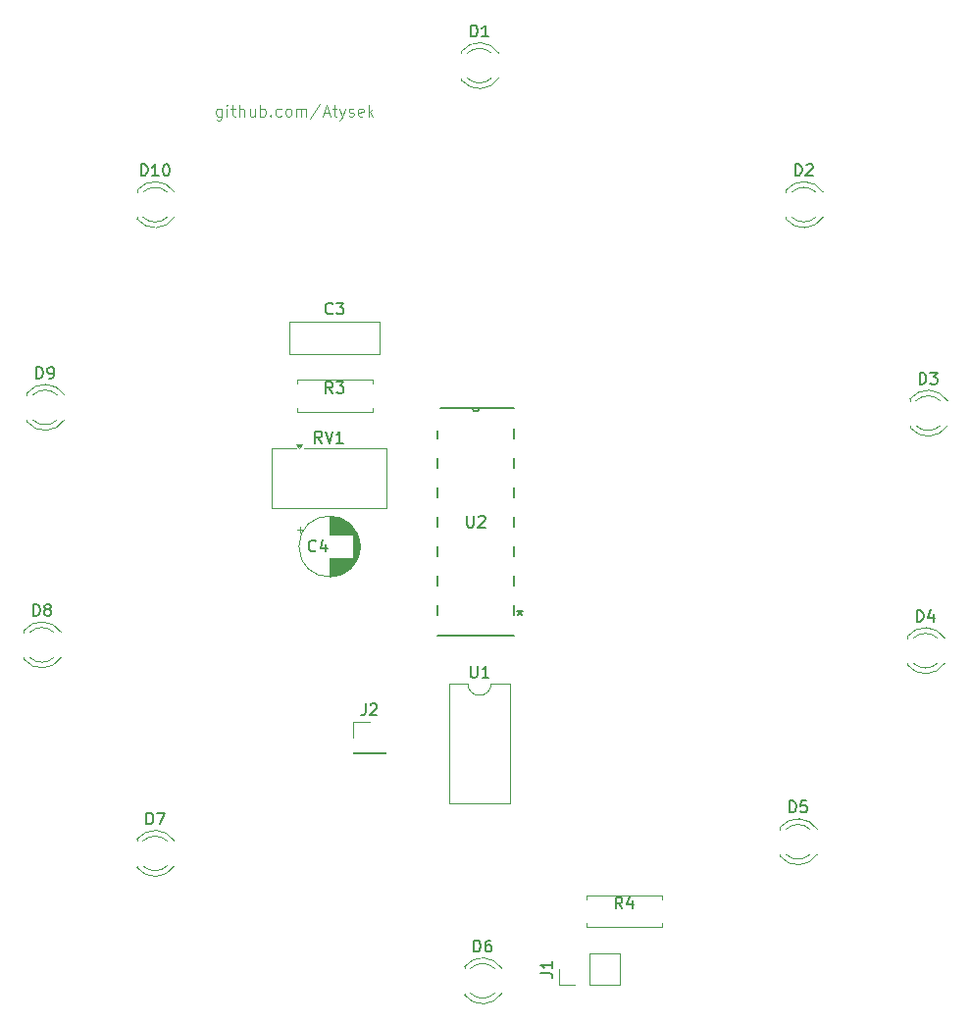
<source format=gbr>
%TF.GenerationSoftware,KiCad,Pcbnew,9.0.7*%
%TF.CreationDate,2026-02-11T00:05:44+01:00*%
%TF.ProjectId,BlinkerLED,426c696e-6b65-4724-9c45-442e6b696361,rev?*%
%TF.SameCoordinates,Original*%
%TF.FileFunction,Legend,Top*%
%TF.FilePolarity,Positive*%
%FSLAX46Y46*%
G04 Gerber Fmt 4.6, Leading zero omitted, Abs format (unit mm)*
G04 Created by KiCad (PCBNEW 9.0.7) date 2026-02-11 00:05:44*
%MOMM*%
%LPD*%
G01*
G04 APERTURE LIST*
%ADD10C,0.100000*%
%ADD11C,0.150000*%
%ADD12C,0.120000*%
%ADD13C,0.152400*%
G04 APERTURE END LIST*
D10*
X86732455Y-65205752D02*
X86732455Y-66015276D01*
X86732455Y-66015276D02*
X86684836Y-66110514D01*
X86684836Y-66110514D02*
X86637217Y-66158133D01*
X86637217Y-66158133D02*
X86541979Y-66205752D01*
X86541979Y-66205752D02*
X86399122Y-66205752D01*
X86399122Y-66205752D02*
X86303884Y-66158133D01*
X86732455Y-65824800D02*
X86637217Y-65872419D01*
X86637217Y-65872419D02*
X86446741Y-65872419D01*
X86446741Y-65872419D02*
X86351503Y-65824800D01*
X86351503Y-65824800D02*
X86303884Y-65777180D01*
X86303884Y-65777180D02*
X86256265Y-65681942D01*
X86256265Y-65681942D02*
X86256265Y-65396228D01*
X86256265Y-65396228D02*
X86303884Y-65300990D01*
X86303884Y-65300990D02*
X86351503Y-65253371D01*
X86351503Y-65253371D02*
X86446741Y-65205752D01*
X86446741Y-65205752D02*
X86637217Y-65205752D01*
X86637217Y-65205752D02*
X86732455Y-65253371D01*
X87208646Y-65872419D02*
X87208646Y-65205752D01*
X87208646Y-64872419D02*
X87161027Y-64920038D01*
X87161027Y-64920038D02*
X87208646Y-64967657D01*
X87208646Y-64967657D02*
X87256265Y-64920038D01*
X87256265Y-64920038D02*
X87208646Y-64872419D01*
X87208646Y-64872419D02*
X87208646Y-64967657D01*
X87541979Y-65205752D02*
X87922931Y-65205752D01*
X87684836Y-64872419D02*
X87684836Y-65729561D01*
X87684836Y-65729561D02*
X87732455Y-65824800D01*
X87732455Y-65824800D02*
X87827693Y-65872419D01*
X87827693Y-65872419D02*
X87922931Y-65872419D01*
X88256265Y-65872419D02*
X88256265Y-64872419D01*
X88684836Y-65872419D02*
X88684836Y-65348609D01*
X88684836Y-65348609D02*
X88637217Y-65253371D01*
X88637217Y-65253371D02*
X88541979Y-65205752D01*
X88541979Y-65205752D02*
X88399122Y-65205752D01*
X88399122Y-65205752D02*
X88303884Y-65253371D01*
X88303884Y-65253371D02*
X88256265Y-65300990D01*
X89589598Y-65205752D02*
X89589598Y-65872419D01*
X89161027Y-65205752D02*
X89161027Y-65729561D01*
X89161027Y-65729561D02*
X89208646Y-65824800D01*
X89208646Y-65824800D02*
X89303884Y-65872419D01*
X89303884Y-65872419D02*
X89446741Y-65872419D01*
X89446741Y-65872419D02*
X89541979Y-65824800D01*
X89541979Y-65824800D02*
X89589598Y-65777180D01*
X90065789Y-65872419D02*
X90065789Y-64872419D01*
X90065789Y-65253371D02*
X90161027Y-65205752D01*
X90161027Y-65205752D02*
X90351503Y-65205752D01*
X90351503Y-65205752D02*
X90446741Y-65253371D01*
X90446741Y-65253371D02*
X90494360Y-65300990D01*
X90494360Y-65300990D02*
X90541979Y-65396228D01*
X90541979Y-65396228D02*
X90541979Y-65681942D01*
X90541979Y-65681942D02*
X90494360Y-65777180D01*
X90494360Y-65777180D02*
X90446741Y-65824800D01*
X90446741Y-65824800D02*
X90351503Y-65872419D01*
X90351503Y-65872419D02*
X90161027Y-65872419D01*
X90161027Y-65872419D02*
X90065789Y-65824800D01*
X90970551Y-65777180D02*
X91018170Y-65824800D01*
X91018170Y-65824800D02*
X90970551Y-65872419D01*
X90970551Y-65872419D02*
X90922932Y-65824800D01*
X90922932Y-65824800D02*
X90970551Y-65777180D01*
X90970551Y-65777180D02*
X90970551Y-65872419D01*
X91875312Y-65824800D02*
X91780074Y-65872419D01*
X91780074Y-65872419D02*
X91589598Y-65872419D01*
X91589598Y-65872419D02*
X91494360Y-65824800D01*
X91494360Y-65824800D02*
X91446741Y-65777180D01*
X91446741Y-65777180D02*
X91399122Y-65681942D01*
X91399122Y-65681942D02*
X91399122Y-65396228D01*
X91399122Y-65396228D02*
X91446741Y-65300990D01*
X91446741Y-65300990D02*
X91494360Y-65253371D01*
X91494360Y-65253371D02*
X91589598Y-65205752D01*
X91589598Y-65205752D02*
X91780074Y-65205752D01*
X91780074Y-65205752D02*
X91875312Y-65253371D01*
X92446741Y-65872419D02*
X92351503Y-65824800D01*
X92351503Y-65824800D02*
X92303884Y-65777180D01*
X92303884Y-65777180D02*
X92256265Y-65681942D01*
X92256265Y-65681942D02*
X92256265Y-65396228D01*
X92256265Y-65396228D02*
X92303884Y-65300990D01*
X92303884Y-65300990D02*
X92351503Y-65253371D01*
X92351503Y-65253371D02*
X92446741Y-65205752D01*
X92446741Y-65205752D02*
X92589598Y-65205752D01*
X92589598Y-65205752D02*
X92684836Y-65253371D01*
X92684836Y-65253371D02*
X92732455Y-65300990D01*
X92732455Y-65300990D02*
X92780074Y-65396228D01*
X92780074Y-65396228D02*
X92780074Y-65681942D01*
X92780074Y-65681942D02*
X92732455Y-65777180D01*
X92732455Y-65777180D02*
X92684836Y-65824800D01*
X92684836Y-65824800D02*
X92589598Y-65872419D01*
X92589598Y-65872419D02*
X92446741Y-65872419D01*
X93208646Y-65872419D02*
X93208646Y-65205752D01*
X93208646Y-65300990D02*
X93256265Y-65253371D01*
X93256265Y-65253371D02*
X93351503Y-65205752D01*
X93351503Y-65205752D02*
X93494360Y-65205752D01*
X93494360Y-65205752D02*
X93589598Y-65253371D01*
X93589598Y-65253371D02*
X93637217Y-65348609D01*
X93637217Y-65348609D02*
X93637217Y-65872419D01*
X93637217Y-65348609D02*
X93684836Y-65253371D01*
X93684836Y-65253371D02*
X93780074Y-65205752D01*
X93780074Y-65205752D02*
X93922931Y-65205752D01*
X93922931Y-65205752D02*
X94018170Y-65253371D01*
X94018170Y-65253371D02*
X94065789Y-65348609D01*
X94065789Y-65348609D02*
X94065789Y-65872419D01*
X95256264Y-64824800D02*
X94399122Y-66110514D01*
X95541979Y-65586704D02*
X96018169Y-65586704D01*
X95446741Y-65872419D02*
X95780074Y-64872419D01*
X95780074Y-64872419D02*
X96113407Y-65872419D01*
X96303884Y-65205752D02*
X96684836Y-65205752D01*
X96446741Y-64872419D02*
X96446741Y-65729561D01*
X96446741Y-65729561D02*
X96494360Y-65824800D01*
X96494360Y-65824800D02*
X96589598Y-65872419D01*
X96589598Y-65872419D02*
X96684836Y-65872419D01*
X96922932Y-65205752D02*
X97161027Y-65872419D01*
X97399122Y-65205752D02*
X97161027Y-65872419D01*
X97161027Y-65872419D02*
X97065789Y-66110514D01*
X97065789Y-66110514D02*
X97018170Y-66158133D01*
X97018170Y-66158133D02*
X96922932Y-66205752D01*
X97732456Y-65824800D02*
X97827694Y-65872419D01*
X97827694Y-65872419D02*
X98018170Y-65872419D01*
X98018170Y-65872419D02*
X98113408Y-65824800D01*
X98113408Y-65824800D02*
X98161027Y-65729561D01*
X98161027Y-65729561D02*
X98161027Y-65681942D01*
X98161027Y-65681942D02*
X98113408Y-65586704D01*
X98113408Y-65586704D02*
X98018170Y-65539085D01*
X98018170Y-65539085D02*
X97875313Y-65539085D01*
X97875313Y-65539085D02*
X97780075Y-65491466D01*
X97780075Y-65491466D02*
X97732456Y-65396228D01*
X97732456Y-65396228D02*
X97732456Y-65348609D01*
X97732456Y-65348609D02*
X97780075Y-65253371D01*
X97780075Y-65253371D02*
X97875313Y-65205752D01*
X97875313Y-65205752D02*
X98018170Y-65205752D01*
X98018170Y-65205752D02*
X98113408Y-65253371D01*
X98970551Y-65824800D02*
X98875313Y-65872419D01*
X98875313Y-65872419D02*
X98684837Y-65872419D01*
X98684837Y-65872419D02*
X98589599Y-65824800D01*
X98589599Y-65824800D02*
X98541980Y-65729561D01*
X98541980Y-65729561D02*
X98541980Y-65348609D01*
X98541980Y-65348609D02*
X98589599Y-65253371D01*
X98589599Y-65253371D02*
X98684837Y-65205752D01*
X98684837Y-65205752D02*
X98875313Y-65205752D01*
X98875313Y-65205752D02*
X98970551Y-65253371D01*
X98970551Y-65253371D02*
X99018170Y-65348609D01*
X99018170Y-65348609D02*
X99018170Y-65443847D01*
X99018170Y-65443847D02*
X98541980Y-65539085D01*
X99446742Y-65872419D02*
X99446742Y-64872419D01*
X99541980Y-65491466D02*
X99827694Y-65872419D01*
X99827694Y-65205752D02*
X99446742Y-65586704D01*
D11*
X108531905Y-137994819D02*
X108531905Y-136994819D01*
X108531905Y-136994819D02*
X108770000Y-136994819D01*
X108770000Y-136994819D02*
X108912857Y-137042438D01*
X108912857Y-137042438D02*
X109008095Y-137137676D01*
X109008095Y-137137676D02*
X109055714Y-137232914D01*
X109055714Y-137232914D02*
X109103333Y-137423390D01*
X109103333Y-137423390D02*
X109103333Y-137566247D01*
X109103333Y-137566247D02*
X109055714Y-137756723D01*
X109055714Y-137756723D02*
X109008095Y-137851961D01*
X109008095Y-137851961D02*
X108912857Y-137947200D01*
X108912857Y-137947200D02*
X108770000Y-137994819D01*
X108770000Y-137994819D02*
X108531905Y-137994819D01*
X109960476Y-136994819D02*
X109770000Y-136994819D01*
X109770000Y-136994819D02*
X109674762Y-137042438D01*
X109674762Y-137042438D02*
X109627143Y-137090057D01*
X109627143Y-137090057D02*
X109531905Y-137232914D01*
X109531905Y-137232914D02*
X109484286Y-137423390D01*
X109484286Y-137423390D02*
X109484286Y-137804342D01*
X109484286Y-137804342D02*
X109531905Y-137899580D01*
X109531905Y-137899580D02*
X109579524Y-137947200D01*
X109579524Y-137947200D02*
X109674762Y-137994819D01*
X109674762Y-137994819D02*
X109865238Y-137994819D01*
X109865238Y-137994819D02*
X109960476Y-137947200D01*
X109960476Y-137947200D02*
X110008095Y-137899580D01*
X110008095Y-137899580D02*
X110055714Y-137804342D01*
X110055714Y-137804342D02*
X110055714Y-137566247D01*
X110055714Y-137566247D02*
X110008095Y-137471009D01*
X110008095Y-137471009D02*
X109960476Y-137423390D01*
X109960476Y-137423390D02*
X109865238Y-137375771D01*
X109865238Y-137375771D02*
X109674762Y-137375771D01*
X109674762Y-137375771D02*
X109579524Y-137423390D01*
X109579524Y-137423390D02*
X109531905Y-137471009D01*
X109531905Y-137471009D02*
X109484286Y-137566247D01*
X108261905Y-58994819D02*
X108261905Y-57994819D01*
X108261905Y-57994819D02*
X108500000Y-57994819D01*
X108500000Y-57994819D02*
X108642857Y-58042438D01*
X108642857Y-58042438D02*
X108738095Y-58137676D01*
X108738095Y-58137676D02*
X108785714Y-58232914D01*
X108785714Y-58232914D02*
X108833333Y-58423390D01*
X108833333Y-58423390D02*
X108833333Y-58566247D01*
X108833333Y-58566247D02*
X108785714Y-58756723D01*
X108785714Y-58756723D02*
X108738095Y-58851961D01*
X108738095Y-58851961D02*
X108642857Y-58947200D01*
X108642857Y-58947200D02*
X108500000Y-58994819D01*
X108500000Y-58994819D02*
X108261905Y-58994819D01*
X109785714Y-58994819D02*
X109214286Y-58994819D01*
X109500000Y-58994819D02*
X109500000Y-57994819D01*
X109500000Y-57994819D02*
X109404762Y-58137676D01*
X109404762Y-58137676D02*
X109309524Y-58232914D01*
X109309524Y-58232914D02*
X109214286Y-58280533D01*
X108243095Y-113314819D02*
X108243095Y-114124342D01*
X108243095Y-114124342D02*
X108290714Y-114219580D01*
X108290714Y-114219580D02*
X108338333Y-114267200D01*
X108338333Y-114267200D02*
X108433571Y-114314819D01*
X108433571Y-114314819D02*
X108624047Y-114314819D01*
X108624047Y-114314819D02*
X108719285Y-114267200D01*
X108719285Y-114267200D02*
X108766904Y-114219580D01*
X108766904Y-114219580D02*
X108814523Y-114124342D01*
X108814523Y-114124342D02*
X108814523Y-113314819D01*
X109814523Y-114314819D02*
X109243095Y-114314819D01*
X109528809Y-114314819D02*
X109528809Y-113314819D01*
X109528809Y-113314819D02*
X109433571Y-113457676D01*
X109433571Y-113457676D02*
X109338333Y-113552914D01*
X109338333Y-113552914D02*
X109243095Y-113600533D01*
X80261905Y-126994819D02*
X80261905Y-125994819D01*
X80261905Y-125994819D02*
X80500000Y-125994819D01*
X80500000Y-125994819D02*
X80642857Y-126042438D01*
X80642857Y-126042438D02*
X80738095Y-126137676D01*
X80738095Y-126137676D02*
X80785714Y-126232914D01*
X80785714Y-126232914D02*
X80833333Y-126423390D01*
X80833333Y-126423390D02*
X80833333Y-126566247D01*
X80833333Y-126566247D02*
X80785714Y-126756723D01*
X80785714Y-126756723D02*
X80738095Y-126851961D01*
X80738095Y-126851961D02*
X80642857Y-126947200D01*
X80642857Y-126947200D02*
X80500000Y-126994819D01*
X80500000Y-126994819D02*
X80261905Y-126994819D01*
X81166667Y-125994819D02*
X81833333Y-125994819D01*
X81833333Y-125994819D02*
X81404762Y-126994819D01*
X95404761Y-94067319D02*
X95071428Y-93591128D01*
X94833333Y-94067319D02*
X94833333Y-93067319D01*
X94833333Y-93067319D02*
X95214285Y-93067319D01*
X95214285Y-93067319D02*
X95309523Y-93114938D01*
X95309523Y-93114938D02*
X95357142Y-93162557D01*
X95357142Y-93162557D02*
X95404761Y-93257795D01*
X95404761Y-93257795D02*
X95404761Y-93400652D01*
X95404761Y-93400652D02*
X95357142Y-93495890D01*
X95357142Y-93495890D02*
X95309523Y-93543509D01*
X95309523Y-93543509D02*
X95214285Y-93591128D01*
X95214285Y-93591128D02*
X94833333Y-93591128D01*
X95690476Y-93067319D02*
X96023809Y-94067319D01*
X96023809Y-94067319D02*
X96357142Y-93067319D01*
X97214285Y-94067319D02*
X96642857Y-94067319D01*
X96928571Y-94067319D02*
X96928571Y-93067319D01*
X96928571Y-93067319D02*
X96833333Y-93210176D01*
X96833333Y-93210176D02*
X96738095Y-93305414D01*
X96738095Y-93305414D02*
X96642857Y-93353033D01*
X94878221Y-103359580D02*
X94830602Y-103407200D01*
X94830602Y-103407200D02*
X94687745Y-103454819D01*
X94687745Y-103454819D02*
X94592507Y-103454819D01*
X94592507Y-103454819D02*
X94449650Y-103407200D01*
X94449650Y-103407200D02*
X94354412Y-103311961D01*
X94354412Y-103311961D02*
X94306793Y-103216723D01*
X94306793Y-103216723D02*
X94259174Y-103026247D01*
X94259174Y-103026247D02*
X94259174Y-102883390D01*
X94259174Y-102883390D02*
X94306793Y-102692914D01*
X94306793Y-102692914D02*
X94354412Y-102597676D01*
X94354412Y-102597676D02*
X94449650Y-102502438D01*
X94449650Y-102502438D02*
X94592507Y-102454819D01*
X94592507Y-102454819D02*
X94687745Y-102454819D01*
X94687745Y-102454819D02*
X94830602Y-102502438D01*
X94830602Y-102502438D02*
X94878221Y-102550057D01*
X95735364Y-102788152D02*
X95735364Y-103454819D01*
X95497269Y-102407200D02*
X95259174Y-103121485D01*
X95259174Y-103121485D02*
X95878221Y-103121485D01*
X99166666Y-116574819D02*
X99166666Y-117289104D01*
X99166666Y-117289104D02*
X99119047Y-117431961D01*
X99119047Y-117431961D02*
X99023809Y-117527200D01*
X99023809Y-117527200D02*
X98880952Y-117574819D01*
X98880952Y-117574819D02*
X98785714Y-117574819D01*
X99595238Y-116670057D02*
X99642857Y-116622438D01*
X99642857Y-116622438D02*
X99738095Y-116574819D01*
X99738095Y-116574819D02*
X99976190Y-116574819D01*
X99976190Y-116574819D02*
X100071428Y-116622438D01*
X100071428Y-116622438D02*
X100119047Y-116670057D01*
X100119047Y-116670057D02*
X100166666Y-116765295D01*
X100166666Y-116765295D02*
X100166666Y-116860533D01*
X100166666Y-116860533D02*
X100119047Y-117003390D01*
X100119047Y-117003390D02*
X99547619Y-117574819D01*
X99547619Y-117574819D02*
X100166666Y-117574819D01*
X146991905Y-88994819D02*
X146991905Y-87994819D01*
X146991905Y-87994819D02*
X147230000Y-87994819D01*
X147230000Y-87994819D02*
X147372857Y-88042438D01*
X147372857Y-88042438D02*
X147468095Y-88137676D01*
X147468095Y-88137676D02*
X147515714Y-88232914D01*
X147515714Y-88232914D02*
X147563333Y-88423390D01*
X147563333Y-88423390D02*
X147563333Y-88566247D01*
X147563333Y-88566247D02*
X147515714Y-88756723D01*
X147515714Y-88756723D02*
X147468095Y-88851961D01*
X147468095Y-88851961D02*
X147372857Y-88947200D01*
X147372857Y-88947200D02*
X147230000Y-88994819D01*
X147230000Y-88994819D02*
X146991905Y-88994819D01*
X147896667Y-87994819D02*
X148515714Y-87994819D01*
X148515714Y-87994819D02*
X148182381Y-88375771D01*
X148182381Y-88375771D02*
X148325238Y-88375771D01*
X148325238Y-88375771D02*
X148420476Y-88423390D01*
X148420476Y-88423390D02*
X148468095Y-88471009D01*
X148468095Y-88471009D02*
X148515714Y-88566247D01*
X148515714Y-88566247D02*
X148515714Y-88804342D01*
X148515714Y-88804342D02*
X148468095Y-88899580D01*
X148468095Y-88899580D02*
X148420476Y-88947200D01*
X148420476Y-88947200D02*
X148325238Y-88994819D01*
X148325238Y-88994819D02*
X148039524Y-88994819D01*
X148039524Y-88994819D02*
X147944286Y-88947200D01*
X147944286Y-88947200D02*
X147896667Y-88899580D01*
X107928095Y-100344819D02*
X107928095Y-101154342D01*
X107928095Y-101154342D02*
X107975714Y-101249580D01*
X107975714Y-101249580D02*
X108023333Y-101297200D01*
X108023333Y-101297200D02*
X108118571Y-101344819D01*
X108118571Y-101344819D02*
X108309047Y-101344819D01*
X108309047Y-101344819D02*
X108404285Y-101297200D01*
X108404285Y-101297200D02*
X108451904Y-101249580D01*
X108451904Y-101249580D02*
X108499523Y-101154342D01*
X108499523Y-101154342D02*
X108499523Y-100344819D01*
X108928095Y-100440057D02*
X108975714Y-100392438D01*
X108975714Y-100392438D02*
X109070952Y-100344819D01*
X109070952Y-100344819D02*
X109309047Y-100344819D01*
X109309047Y-100344819D02*
X109404285Y-100392438D01*
X109404285Y-100392438D02*
X109451904Y-100440057D01*
X109451904Y-100440057D02*
X109499523Y-100535295D01*
X109499523Y-100535295D02*
X109499523Y-100630533D01*
X109499523Y-100630533D02*
X109451904Y-100773390D01*
X109451904Y-100773390D02*
X108880476Y-101344819D01*
X108880476Y-101344819D02*
X109499523Y-101344819D01*
X112500000Y-108454819D02*
X112500000Y-108692914D01*
X112261905Y-108597676D02*
X112500000Y-108692914D01*
X112500000Y-108692914D02*
X112738095Y-108597676D01*
X112357143Y-108883390D02*
X112500000Y-108692914D01*
X112500000Y-108692914D02*
X112642857Y-108883390D01*
X96333333Y-82859580D02*
X96285714Y-82907200D01*
X96285714Y-82907200D02*
X96142857Y-82954819D01*
X96142857Y-82954819D02*
X96047619Y-82954819D01*
X96047619Y-82954819D02*
X95904762Y-82907200D01*
X95904762Y-82907200D02*
X95809524Y-82811961D01*
X95809524Y-82811961D02*
X95761905Y-82716723D01*
X95761905Y-82716723D02*
X95714286Y-82526247D01*
X95714286Y-82526247D02*
X95714286Y-82383390D01*
X95714286Y-82383390D02*
X95761905Y-82192914D01*
X95761905Y-82192914D02*
X95809524Y-82097676D01*
X95809524Y-82097676D02*
X95904762Y-82002438D01*
X95904762Y-82002438D02*
X96047619Y-81954819D01*
X96047619Y-81954819D02*
X96142857Y-81954819D01*
X96142857Y-81954819D02*
X96285714Y-82002438D01*
X96285714Y-82002438D02*
X96333333Y-82050057D01*
X96666667Y-81954819D02*
X97285714Y-81954819D01*
X97285714Y-81954819D02*
X96952381Y-82335771D01*
X96952381Y-82335771D02*
X97095238Y-82335771D01*
X97095238Y-82335771D02*
X97190476Y-82383390D01*
X97190476Y-82383390D02*
X97238095Y-82431009D01*
X97238095Y-82431009D02*
X97285714Y-82526247D01*
X97285714Y-82526247D02*
X97285714Y-82764342D01*
X97285714Y-82764342D02*
X97238095Y-82859580D01*
X97238095Y-82859580D02*
X97190476Y-82907200D01*
X97190476Y-82907200D02*
X97095238Y-82954819D01*
X97095238Y-82954819D02*
X96809524Y-82954819D01*
X96809524Y-82954819D02*
X96714286Y-82907200D01*
X96714286Y-82907200D02*
X96666667Y-82859580D01*
X135761905Y-125954819D02*
X135761905Y-124954819D01*
X135761905Y-124954819D02*
X136000000Y-124954819D01*
X136000000Y-124954819D02*
X136142857Y-125002438D01*
X136142857Y-125002438D02*
X136238095Y-125097676D01*
X136238095Y-125097676D02*
X136285714Y-125192914D01*
X136285714Y-125192914D02*
X136333333Y-125383390D01*
X136333333Y-125383390D02*
X136333333Y-125526247D01*
X136333333Y-125526247D02*
X136285714Y-125716723D01*
X136285714Y-125716723D02*
X136238095Y-125811961D01*
X136238095Y-125811961D02*
X136142857Y-125907200D01*
X136142857Y-125907200D02*
X136000000Y-125954819D01*
X136000000Y-125954819D02*
X135761905Y-125954819D01*
X137238095Y-124954819D02*
X136761905Y-124954819D01*
X136761905Y-124954819D02*
X136714286Y-125431009D01*
X136714286Y-125431009D02*
X136761905Y-125383390D01*
X136761905Y-125383390D02*
X136857143Y-125335771D01*
X136857143Y-125335771D02*
X137095238Y-125335771D01*
X137095238Y-125335771D02*
X137190476Y-125383390D01*
X137190476Y-125383390D02*
X137238095Y-125431009D01*
X137238095Y-125431009D02*
X137285714Y-125526247D01*
X137285714Y-125526247D02*
X137285714Y-125764342D01*
X137285714Y-125764342D02*
X137238095Y-125859580D01*
X137238095Y-125859580D02*
X137190476Y-125907200D01*
X137190476Y-125907200D02*
X137095238Y-125954819D01*
X137095238Y-125954819D02*
X136857143Y-125954819D01*
X136857143Y-125954819D02*
X136761905Y-125907200D01*
X136761905Y-125907200D02*
X136714286Y-125859580D01*
X70761905Y-88494819D02*
X70761905Y-87494819D01*
X70761905Y-87494819D02*
X71000000Y-87494819D01*
X71000000Y-87494819D02*
X71142857Y-87542438D01*
X71142857Y-87542438D02*
X71238095Y-87637676D01*
X71238095Y-87637676D02*
X71285714Y-87732914D01*
X71285714Y-87732914D02*
X71333333Y-87923390D01*
X71333333Y-87923390D02*
X71333333Y-88066247D01*
X71333333Y-88066247D02*
X71285714Y-88256723D01*
X71285714Y-88256723D02*
X71238095Y-88351961D01*
X71238095Y-88351961D02*
X71142857Y-88447200D01*
X71142857Y-88447200D02*
X71000000Y-88494819D01*
X71000000Y-88494819D02*
X70761905Y-88494819D01*
X71809524Y-88494819D02*
X72000000Y-88494819D01*
X72000000Y-88494819D02*
X72095238Y-88447200D01*
X72095238Y-88447200D02*
X72142857Y-88399580D01*
X72142857Y-88399580D02*
X72238095Y-88256723D01*
X72238095Y-88256723D02*
X72285714Y-88066247D01*
X72285714Y-88066247D02*
X72285714Y-87685295D01*
X72285714Y-87685295D02*
X72238095Y-87590057D01*
X72238095Y-87590057D02*
X72190476Y-87542438D01*
X72190476Y-87542438D02*
X72095238Y-87494819D01*
X72095238Y-87494819D02*
X71904762Y-87494819D01*
X71904762Y-87494819D02*
X71809524Y-87542438D01*
X71809524Y-87542438D02*
X71761905Y-87590057D01*
X71761905Y-87590057D02*
X71714286Y-87685295D01*
X71714286Y-87685295D02*
X71714286Y-87923390D01*
X71714286Y-87923390D02*
X71761905Y-88018628D01*
X71761905Y-88018628D02*
X71809524Y-88066247D01*
X71809524Y-88066247D02*
X71904762Y-88113866D01*
X71904762Y-88113866D02*
X72095238Y-88113866D01*
X72095238Y-88113866D02*
X72190476Y-88066247D01*
X72190476Y-88066247D02*
X72238095Y-88018628D01*
X72238095Y-88018628D02*
X72285714Y-87923390D01*
X79785714Y-70994819D02*
X79785714Y-69994819D01*
X79785714Y-69994819D02*
X80023809Y-69994819D01*
X80023809Y-69994819D02*
X80166666Y-70042438D01*
X80166666Y-70042438D02*
X80261904Y-70137676D01*
X80261904Y-70137676D02*
X80309523Y-70232914D01*
X80309523Y-70232914D02*
X80357142Y-70423390D01*
X80357142Y-70423390D02*
X80357142Y-70566247D01*
X80357142Y-70566247D02*
X80309523Y-70756723D01*
X80309523Y-70756723D02*
X80261904Y-70851961D01*
X80261904Y-70851961D02*
X80166666Y-70947200D01*
X80166666Y-70947200D02*
X80023809Y-70994819D01*
X80023809Y-70994819D02*
X79785714Y-70994819D01*
X81309523Y-70994819D02*
X80738095Y-70994819D01*
X81023809Y-70994819D02*
X81023809Y-69994819D01*
X81023809Y-69994819D02*
X80928571Y-70137676D01*
X80928571Y-70137676D02*
X80833333Y-70232914D01*
X80833333Y-70232914D02*
X80738095Y-70280533D01*
X81928571Y-69994819D02*
X82023809Y-69994819D01*
X82023809Y-69994819D02*
X82119047Y-70042438D01*
X82119047Y-70042438D02*
X82166666Y-70090057D01*
X82166666Y-70090057D02*
X82214285Y-70185295D01*
X82214285Y-70185295D02*
X82261904Y-70375771D01*
X82261904Y-70375771D02*
X82261904Y-70613866D01*
X82261904Y-70613866D02*
X82214285Y-70804342D01*
X82214285Y-70804342D02*
X82166666Y-70899580D01*
X82166666Y-70899580D02*
X82119047Y-70947200D01*
X82119047Y-70947200D02*
X82023809Y-70994819D01*
X82023809Y-70994819D02*
X81928571Y-70994819D01*
X81928571Y-70994819D02*
X81833333Y-70947200D01*
X81833333Y-70947200D02*
X81785714Y-70899580D01*
X81785714Y-70899580D02*
X81738095Y-70804342D01*
X81738095Y-70804342D02*
X81690476Y-70613866D01*
X81690476Y-70613866D02*
X81690476Y-70375771D01*
X81690476Y-70375771D02*
X81738095Y-70185295D01*
X81738095Y-70185295D02*
X81785714Y-70090057D01*
X81785714Y-70090057D02*
X81833333Y-70042438D01*
X81833333Y-70042438D02*
X81928571Y-69994819D01*
X136261905Y-70994819D02*
X136261905Y-69994819D01*
X136261905Y-69994819D02*
X136500000Y-69994819D01*
X136500000Y-69994819D02*
X136642857Y-70042438D01*
X136642857Y-70042438D02*
X136738095Y-70137676D01*
X136738095Y-70137676D02*
X136785714Y-70232914D01*
X136785714Y-70232914D02*
X136833333Y-70423390D01*
X136833333Y-70423390D02*
X136833333Y-70566247D01*
X136833333Y-70566247D02*
X136785714Y-70756723D01*
X136785714Y-70756723D02*
X136738095Y-70851961D01*
X136738095Y-70851961D02*
X136642857Y-70947200D01*
X136642857Y-70947200D02*
X136500000Y-70994819D01*
X136500000Y-70994819D02*
X136261905Y-70994819D01*
X137214286Y-70090057D02*
X137261905Y-70042438D01*
X137261905Y-70042438D02*
X137357143Y-69994819D01*
X137357143Y-69994819D02*
X137595238Y-69994819D01*
X137595238Y-69994819D02*
X137690476Y-70042438D01*
X137690476Y-70042438D02*
X137738095Y-70090057D01*
X137738095Y-70090057D02*
X137785714Y-70185295D01*
X137785714Y-70185295D02*
X137785714Y-70280533D01*
X137785714Y-70280533D02*
X137738095Y-70423390D01*
X137738095Y-70423390D02*
X137166667Y-70994819D01*
X137166667Y-70994819D02*
X137785714Y-70994819D01*
X96333333Y-89764819D02*
X96000000Y-89288628D01*
X95761905Y-89764819D02*
X95761905Y-88764819D01*
X95761905Y-88764819D02*
X96142857Y-88764819D01*
X96142857Y-88764819D02*
X96238095Y-88812438D01*
X96238095Y-88812438D02*
X96285714Y-88860057D01*
X96285714Y-88860057D02*
X96333333Y-88955295D01*
X96333333Y-88955295D02*
X96333333Y-89098152D01*
X96333333Y-89098152D02*
X96285714Y-89193390D01*
X96285714Y-89193390D02*
X96238095Y-89241009D01*
X96238095Y-89241009D02*
X96142857Y-89288628D01*
X96142857Y-89288628D02*
X95761905Y-89288628D01*
X96666667Y-88764819D02*
X97285714Y-88764819D01*
X97285714Y-88764819D02*
X96952381Y-89145771D01*
X96952381Y-89145771D02*
X97095238Y-89145771D01*
X97095238Y-89145771D02*
X97190476Y-89193390D01*
X97190476Y-89193390D02*
X97238095Y-89241009D01*
X97238095Y-89241009D02*
X97285714Y-89336247D01*
X97285714Y-89336247D02*
X97285714Y-89574342D01*
X97285714Y-89574342D02*
X97238095Y-89669580D01*
X97238095Y-89669580D02*
X97190476Y-89717200D01*
X97190476Y-89717200D02*
X97095238Y-89764819D01*
X97095238Y-89764819D02*
X96809524Y-89764819D01*
X96809524Y-89764819D02*
X96714286Y-89717200D01*
X96714286Y-89717200D02*
X96666667Y-89669580D01*
X114299819Y-139833333D02*
X115014104Y-139833333D01*
X115014104Y-139833333D02*
X115156961Y-139880952D01*
X115156961Y-139880952D02*
X115252200Y-139976190D01*
X115252200Y-139976190D02*
X115299819Y-140119047D01*
X115299819Y-140119047D02*
X115299819Y-140214285D01*
X115299819Y-138833333D02*
X115299819Y-139404761D01*
X115299819Y-139119047D02*
X114299819Y-139119047D01*
X114299819Y-139119047D02*
X114442676Y-139214285D01*
X114442676Y-139214285D02*
X114537914Y-139309523D01*
X114537914Y-139309523D02*
X114585533Y-139404761D01*
X121333333Y-134264819D02*
X121000000Y-133788628D01*
X120761905Y-134264819D02*
X120761905Y-133264819D01*
X120761905Y-133264819D02*
X121142857Y-133264819D01*
X121142857Y-133264819D02*
X121238095Y-133312438D01*
X121238095Y-133312438D02*
X121285714Y-133360057D01*
X121285714Y-133360057D02*
X121333333Y-133455295D01*
X121333333Y-133455295D02*
X121333333Y-133598152D01*
X121333333Y-133598152D02*
X121285714Y-133693390D01*
X121285714Y-133693390D02*
X121238095Y-133741009D01*
X121238095Y-133741009D02*
X121142857Y-133788628D01*
X121142857Y-133788628D02*
X120761905Y-133788628D01*
X122190476Y-133598152D02*
X122190476Y-134264819D01*
X121952381Y-133217200D02*
X121714286Y-133931485D01*
X121714286Y-133931485D02*
X122333333Y-133931485D01*
X146761905Y-109494819D02*
X146761905Y-108494819D01*
X146761905Y-108494819D02*
X147000000Y-108494819D01*
X147000000Y-108494819D02*
X147142857Y-108542438D01*
X147142857Y-108542438D02*
X147238095Y-108637676D01*
X147238095Y-108637676D02*
X147285714Y-108732914D01*
X147285714Y-108732914D02*
X147333333Y-108923390D01*
X147333333Y-108923390D02*
X147333333Y-109066247D01*
X147333333Y-109066247D02*
X147285714Y-109256723D01*
X147285714Y-109256723D02*
X147238095Y-109351961D01*
X147238095Y-109351961D02*
X147142857Y-109447200D01*
X147142857Y-109447200D02*
X147000000Y-109494819D01*
X147000000Y-109494819D02*
X146761905Y-109494819D01*
X148190476Y-108828152D02*
X148190476Y-109494819D01*
X147952381Y-108447200D02*
X147714286Y-109161485D01*
X147714286Y-109161485D02*
X148333333Y-109161485D01*
X70491905Y-108994819D02*
X70491905Y-107994819D01*
X70491905Y-107994819D02*
X70730000Y-107994819D01*
X70730000Y-107994819D02*
X70872857Y-108042438D01*
X70872857Y-108042438D02*
X70968095Y-108137676D01*
X70968095Y-108137676D02*
X71015714Y-108232914D01*
X71015714Y-108232914D02*
X71063333Y-108423390D01*
X71063333Y-108423390D02*
X71063333Y-108566247D01*
X71063333Y-108566247D02*
X71015714Y-108756723D01*
X71015714Y-108756723D02*
X70968095Y-108851961D01*
X70968095Y-108851961D02*
X70872857Y-108947200D01*
X70872857Y-108947200D02*
X70730000Y-108994819D01*
X70730000Y-108994819D02*
X70491905Y-108994819D01*
X71634762Y-108423390D02*
X71539524Y-108375771D01*
X71539524Y-108375771D02*
X71491905Y-108328152D01*
X71491905Y-108328152D02*
X71444286Y-108232914D01*
X71444286Y-108232914D02*
X71444286Y-108185295D01*
X71444286Y-108185295D02*
X71491905Y-108090057D01*
X71491905Y-108090057D02*
X71539524Y-108042438D01*
X71539524Y-108042438D02*
X71634762Y-107994819D01*
X71634762Y-107994819D02*
X71825238Y-107994819D01*
X71825238Y-107994819D02*
X71920476Y-108042438D01*
X71920476Y-108042438D02*
X71968095Y-108090057D01*
X71968095Y-108090057D02*
X72015714Y-108185295D01*
X72015714Y-108185295D02*
X72015714Y-108232914D01*
X72015714Y-108232914D02*
X71968095Y-108328152D01*
X71968095Y-108328152D02*
X71920476Y-108375771D01*
X71920476Y-108375771D02*
X71825238Y-108423390D01*
X71825238Y-108423390D02*
X71634762Y-108423390D01*
X71634762Y-108423390D02*
X71539524Y-108471009D01*
X71539524Y-108471009D02*
X71491905Y-108518628D01*
X71491905Y-108518628D02*
X71444286Y-108613866D01*
X71444286Y-108613866D02*
X71444286Y-108804342D01*
X71444286Y-108804342D02*
X71491905Y-108899580D01*
X71491905Y-108899580D02*
X71539524Y-108947200D01*
X71539524Y-108947200D02*
X71634762Y-108994819D01*
X71634762Y-108994819D02*
X71825238Y-108994819D01*
X71825238Y-108994819D02*
X71920476Y-108947200D01*
X71920476Y-108947200D02*
X71968095Y-108899580D01*
X71968095Y-108899580D02*
X72015714Y-108804342D01*
X72015714Y-108804342D02*
X72015714Y-108613866D01*
X72015714Y-108613866D02*
X71968095Y-108518628D01*
X71968095Y-108518628D02*
X71920476Y-108471009D01*
X71920476Y-108471009D02*
X71825238Y-108423390D01*
D12*
%TO.C,D6*%
X107710000Y-139264000D02*
X107710000Y-139420000D01*
X107710000Y-141580000D02*
X107710000Y-141736000D01*
X107710000Y-139264484D02*
G75*
G02*
X110941437Y-139420000I1560000J-1235516D01*
G01*
X108229039Y-139420000D02*
G75*
G02*
X110310961Y-139420000I1040961J-1080000D01*
G01*
X110310961Y-141580000D02*
G75*
G02*
X108229039Y-141580000I-1040961J1080000D01*
G01*
X110941437Y-141580000D02*
G75*
G02*
X107710000Y-141735516I-1671437J1080000D01*
G01*
%TO.C,D1*%
X107440000Y-60264000D02*
X107440000Y-60420000D01*
X107440000Y-62580000D02*
X107440000Y-62736000D01*
X107440000Y-60264484D02*
G75*
G02*
X110671437Y-60420000I1560000J-1235516D01*
G01*
X107959039Y-60420000D02*
G75*
G02*
X110040961Y-60420000I1040961J-1080000D01*
G01*
X110040961Y-62580000D02*
G75*
G02*
X107959039Y-62580000I-1040961J1080000D01*
G01*
X110671437Y-62580000D02*
G75*
G02*
X107440000Y-62735516I-1671437J1080000D01*
G01*
%TO.C,U1*%
X106355000Y-114860000D02*
X106355000Y-125140000D01*
X106355000Y-125140000D02*
X111655000Y-125140000D01*
X108005000Y-114860000D02*
X106355000Y-114860000D01*
X111655000Y-114860000D02*
X110005000Y-114860000D01*
X111655000Y-125140000D02*
X111655000Y-114860000D01*
X110005000Y-114860000D02*
G75*
G02*
X108005000Y-114860000I-1000000J0D01*
G01*
%TO.C,D7*%
X79440000Y-128264000D02*
X79440000Y-128420000D01*
X79440000Y-130580000D02*
X79440000Y-130736000D01*
X79440000Y-128264484D02*
G75*
G02*
X82671437Y-128420000I1560000J-1235516D01*
G01*
X79959039Y-128420000D02*
G75*
G02*
X82040961Y-128420000I1040961J-1080000D01*
G01*
X82040961Y-130580000D02*
G75*
G02*
X79959039Y-130580000I-1040961J1080000D01*
G01*
X82671437Y-130580000D02*
G75*
G02*
X79440000Y-130735516I-1671437J1080000D01*
G01*
%TO.C,RV1*%
X91040000Y-94502500D02*
X91040000Y-99722500D01*
X91040000Y-94502500D02*
X93160000Y-94502500D01*
X91040000Y-99722500D02*
X100960000Y-99722500D01*
X93860000Y-94502500D02*
X100960000Y-94502500D01*
X100960000Y-94502500D02*
X100960000Y-99722500D01*
X93460000Y-94502500D02*
X93220000Y-94172500D01*
X93700000Y-94172500D01*
X93460000Y-94502500D01*
G36*
X93460000Y-94502500D02*
G01*
X93220000Y-94172500D01*
X93700000Y-94172500D01*
X93460000Y-94502500D01*
G37*
%TO.C,C4*%
X93240113Y-101525000D02*
X93740113Y-101525000D01*
X93490113Y-101275000D02*
X93490113Y-101775000D01*
X96044888Y-100420000D02*
X96044888Y-101960000D01*
X96044888Y-104040000D02*
X96044888Y-105580000D01*
X96084888Y-100420000D02*
X96084888Y-101960000D01*
X96084888Y-104040000D02*
X96084888Y-105580000D01*
X96124888Y-100421000D02*
X96124888Y-101960000D01*
X96124888Y-104040000D02*
X96124888Y-105579000D01*
X96164888Y-100423000D02*
X96164888Y-101960000D01*
X96164888Y-104040000D02*
X96164888Y-105577000D01*
X96204888Y-100425000D02*
X96204888Y-101960000D01*
X96204888Y-104040000D02*
X96204888Y-105575000D01*
X96244888Y-100428000D02*
X96244888Y-101960000D01*
X96244888Y-104040000D02*
X96244888Y-105572000D01*
X96284888Y-100431000D02*
X96284888Y-101960000D01*
X96284888Y-104040000D02*
X96284888Y-105569000D01*
X96324888Y-100435000D02*
X96324888Y-101960000D01*
X96324888Y-104040000D02*
X96324888Y-105565000D01*
X96364888Y-100440000D02*
X96364888Y-101960000D01*
X96364888Y-104040000D02*
X96364888Y-105560000D01*
X96404888Y-100445000D02*
X96404888Y-101960000D01*
X96404888Y-104040000D02*
X96404888Y-105555000D01*
X96444888Y-100451000D02*
X96444888Y-101960000D01*
X96444888Y-104040000D02*
X96444888Y-105549000D01*
X96484888Y-100457000D02*
X96484888Y-101960000D01*
X96484888Y-104040000D02*
X96484888Y-105543000D01*
X96524888Y-100464000D02*
X96524888Y-101960000D01*
X96524888Y-104040000D02*
X96524888Y-105536000D01*
X96564888Y-100472000D02*
X96564888Y-101960000D01*
X96564888Y-104040000D02*
X96564888Y-105528000D01*
X96604888Y-100481000D02*
X96604888Y-101960000D01*
X96604888Y-104040000D02*
X96604888Y-105519000D01*
X96644888Y-100490000D02*
X96644888Y-101960000D01*
X96644888Y-104040000D02*
X96644888Y-105510000D01*
X96684888Y-100499000D02*
X96684888Y-101960000D01*
X96684888Y-104040000D02*
X96684888Y-105501000D01*
X96724888Y-100510000D02*
X96724888Y-101960000D01*
X96724888Y-104040000D02*
X96724888Y-105490000D01*
X96764888Y-100521000D02*
X96764888Y-101960000D01*
X96764888Y-104040000D02*
X96764888Y-105479000D01*
X96804888Y-100533000D02*
X96804888Y-101960000D01*
X96804888Y-104040000D02*
X96804888Y-105467000D01*
X96844888Y-100545000D02*
X96844888Y-101960000D01*
X96844888Y-104040000D02*
X96844888Y-105455000D01*
X96884888Y-100558000D02*
X96884888Y-101960000D01*
X96884888Y-104040000D02*
X96884888Y-105442000D01*
X96924888Y-100572000D02*
X96924888Y-101960000D01*
X96924888Y-104040000D02*
X96924888Y-105428000D01*
X96964888Y-100587000D02*
X96964888Y-101960000D01*
X96964888Y-104040000D02*
X96964888Y-105413000D01*
X97004888Y-100602000D02*
X97004888Y-101960000D01*
X97004888Y-104040000D02*
X97004888Y-105398000D01*
X97044888Y-100618000D02*
X97044888Y-101960000D01*
X97044888Y-104040000D02*
X97044888Y-105382000D01*
X97084888Y-100635000D02*
X97084888Y-101960000D01*
X97084888Y-104040000D02*
X97084888Y-105365000D01*
X97124888Y-100653000D02*
X97124888Y-101960000D01*
X97124888Y-104040000D02*
X97124888Y-105347000D01*
X97164888Y-100671000D02*
X97164888Y-101960000D01*
X97164888Y-104040000D02*
X97164888Y-105329000D01*
X97204888Y-100691000D02*
X97204888Y-101960000D01*
X97204888Y-104040000D02*
X97204888Y-105309000D01*
X97244888Y-100711000D02*
X97244888Y-101960000D01*
X97244888Y-104040000D02*
X97244888Y-105289000D01*
X97284888Y-100732000D02*
X97284888Y-101960000D01*
X97284888Y-104040000D02*
X97284888Y-105268000D01*
X97324888Y-100754000D02*
X97324888Y-101960000D01*
X97324888Y-104040000D02*
X97324888Y-105246000D01*
X97364888Y-100777000D02*
X97364888Y-101960000D01*
X97364888Y-104040000D02*
X97364888Y-105223000D01*
X97404888Y-100801000D02*
X97404888Y-101960000D01*
X97404888Y-104040000D02*
X97404888Y-105199000D01*
X97444888Y-100825000D02*
X97444888Y-101960000D01*
X97444888Y-104040000D02*
X97444888Y-105175000D01*
X97484888Y-100851000D02*
X97484888Y-101960000D01*
X97484888Y-104040000D02*
X97484888Y-105149000D01*
X97524888Y-100878000D02*
X97524888Y-101960000D01*
X97524888Y-104040000D02*
X97524888Y-105122000D01*
X97564888Y-100906000D02*
X97564888Y-101960000D01*
X97564888Y-104040000D02*
X97564888Y-105094000D01*
X97604888Y-100935000D02*
X97604888Y-101960000D01*
X97604888Y-104040000D02*
X97604888Y-105065000D01*
X97644888Y-100965000D02*
X97644888Y-101960000D01*
X97644888Y-104040000D02*
X97644888Y-105035000D01*
X97684888Y-100997000D02*
X97684888Y-101960000D01*
X97684888Y-104040000D02*
X97684888Y-105003000D01*
X97724888Y-101030000D02*
X97724888Y-101960000D01*
X97724888Y-104040000D02*
X97724888Y-104970000D01*
X97764888Y-101064000D02*
X97764888Y-101960000D01*
X97764888Y-104040000D02*
X97764888Y-104936000D01*
X97804888Y-101099000D02*
X97804888Y-101960000D01*
X97804888Y-104040000D02*
X97804888Y-104901000D01*
X97844888Y-101136000D02*
X97844888Y-101960000D01*
X97844888Y-104040000D02*
X97844888Y-104864000D01*
X97884888Y-101175000D02*
X97884888Y-101960000D01*
X97884888Y-104040000D02*
X97884888Y-104825000D01*
X97924888Y-101215000D02*
X97924888Y-101960000D01*
X97924888Y-104040000D02*
X97924888Y-104785000D01*
X97964888Y-101257000D02*
X97964888Y-101960000D01*
X97964888Y-104040000D02*
X97964888Y-104743000D01*
X98004888Y-101301000D02*
X98004888Y-101960000D01*
X98004888Y-104040000D02*
X98004888Y-104699000D01*
X98044888Y-101348000D02*
X98044888Y-101960000D01*
X98044888Y-104040000D02*
X98044888Y-104652000D01*
X98084888Y-101396000D02*
X98084888Y-104604000D01*
X98124888Y-101447000D02*
X98124888Y-104553000D01*
X98164888Y-101501000D02*
X98164888Y-104499000D01*
X98204888Y-101557000D02*
X98204888Y-104443000D01*
X98244888Y-101617000D02*
X98244888Y-104383000D01*
X98284888Y-101681000D02*
X98284888Y-104319000D01*
X98324888Y-101749000D02*
X98324888Y-104251000D01*
X98364888Y-101823000D02*
X98364888Y-104177000D01*
X98404888Y-101902000D02*
X98404888Y-104098000D01*
X98444888Y-101989000D02*
X98444888Y-104011000D01*
X98484888Y-102086000D02*
X98484888Y-103914000D01*
X98524888Y-102195000D02*
X98524888Y-103805000D01*
X98564888Y-102323000D02*
X98564888Y-103677000D01*
X98604888Y-102483000D02*
X98604888Y-103517000D01*
X98644888Y-102717000D02*
X98644888Y-103283000D01*
X98664888Y-103000000D02*
G75*
G02*
X93424888Y-103000000I-2620000J0D01*
G01*
X93424888Y-103000000D02*
G75*
G02*
X98664888Y-103000000I2620000J0D01*
G01*
%TO.C,J2*%
X98120000Y-118120000D02*
X99500000Y-118120000D01*
X98120000Y-119500000D02*
X98120000Y-118120000D01*
X98120000Y-120770000D02*
X98120000Y-120880000D01*
X98120000Y-120770000D02*
X100880000Y-120770000D01*
X98120000Y-120880000D02*
X100880000Y-120880000D01*
X100880000Y-120770000D02*
X100880000Y-120880000D01*
%TO.C,D3*%
X146170000Y-90264000D02*
X146170000Y-90420000D01*
X146170000Y-92580000D02*
X146170000Y-92736000D01*
X146170000Y-90264484D02*
G75*
G02*
X149401437Y-90420000I1560000J-1235516D01*
G01*
X146689039Y-90420000D02*
G75*
G02*
X148770961Y-90420000I1040961J-1080000D01*
G01*
X148770961Y-92580000D02*
G75*
G02*
X146689039Y-92580000I-1040961J1080000D01*
G01*
X149401437Y-92580000D02*
G75*
G02*
X146170000Y-92735516I-1671437J1080000D01*
G01*
D13*
%TO.C,U2*%
X105388000Y-92980440D02*
X105388000Y-93701431D01*
X105388000Y-95378569D02*
X105388000Y-96241431D01*
X105388000Y-97918569D02*
X105388000Y-98781431D01*
X105388000Y-100458569D02*
X105388000Y-101321431D01*
X105388000Y-102998569D02*
X105388000Y-103861431D01*
X105388000Y-105538569D02*
X105388000Y-106401431D01*
X105388000Y-108078569D02*
X105388000Y-108941431D01*
X105388000Y-110732500D02*
X111992000Y-110732500D01*
X111992000Y-91047500D02*
X105661165Y-91047500D01*
X111992000Y-93701431D02*
X111992000Y-92838569D01*
X111992000Y-96241431D02*
X111992000Y-95378569D01*
X111992000Y-98781431D02*
X111992000Y-97918569D01*
X111992000Y-101321431D02*
X111992000Y-100458569D01*
X111992000Y-103861431D02*
X111992000Y-102998569D01*
X111992000Y-106401431D02*
X111992000Y-105538569D01*
X111992000Y-108941431D02*
X111992000Y-108078569D01*
X108994800Y-91047500D02*
G75*
G02*
X108385200Y-91047500I-304800J0D01*
G01*
D12*
%TO.C,C3*%
X92630000Y-83630000D02*
X100370000Y-83630000D01*
X92630000Y-86370000D02*
X92630000Y-83630000D01*
X100370000Y-83630000D02*
X100370000Y-86370000D01*
X100370000Y-86370000D02*
X92630000Y-86370000D01*
%TO.C,D5*%
X134940000Y-127264000D02*
X134940000Y-127420000D01*
X134940000Y-129580000D02*
X134940000Y-129736000D01*
X134940000Y-127264484D02*
G75*
G02*
X138171437Y-127420000I1560000J-1235516D01*
G01*
X135459039Y-127420000D02*
G75*
G02*
X137540961Y-127420000I1040961J-1080000D01*
G01*
X137540961Y-129580000D02*
G75*
G02*
X135459039Y-129580000I-1040961J1080000D01*
G01*
X138171437Y-129580000D02*
G75*
G02*
X134940000Y-129735516I-1671437J1080000D01*
G01*
%TO.C,D9*%
X69940000Y-89764000D02*
X69940000Y-89920000D01*
X69940000Y-92080000D02*
X69940000Y-92236000D01*
X69940000Y-89764484D02*
G75*
G02*
X73171437Y-89920000I1560000J-1235516D01*
G01*
X70459039Y-89920000D02*
G75*
G02*
X72540961Y-89920000I1040961J-1080000D01*
G01*
X72540961Y-92080000D02*
G75*
G02*
X70459039Y-92080000I-1040961J1080000D01*
G01*
X73171437Y-92080000D02*
G75*
G02*
X69940000Y-92235516I-1671437J1080000D01*
G01*
%TO.C,D10*%
X79440000Y-72264000D02*
X79440000Y-72420000D01*
X79440000Y-74580000D02*
X79440000Y-74736000D01*
X79440000Y-72264484D02*
G75*
G02*
X82671437Y-72420000I1560000J-1235516D01*
G01*
X79959039Y-72420000D02*
G75*
G02*
X82040961Y-72420000I1040961J-1080000D01*
G01*
X82040961Y-74580000D02*
G75*
G02*
X79959039Y-74580000I-1040961J1080000D01*
G01*
X82671437Y-74580000D02*
G75*
G02*
X79440000Y-74735516I-1671437J1080000D01*
G01*
%TO.C,D2*%
X135440000Y-72264000D02*
X135440000Y-72420000D01*
X135440000Y-74580000D02*
X135440000Y-74736000D01*
X135440000Y-72264484D02*
G75*
G02*
X138671437Y-72420000I1560000J-1235516D01*
G01*
X135959039Y-72420000D02*
G75*
G02*
X138040961Y-72420000I1040961J-1080000D01*
G01*
X138040961Y-74580000D02*
G75*
G02*
X135959039Y-74580000I-1040961J1080000D01*
G01*
X138671437Y-74580000D02*
G75*
G02*
X135440000Y-74735516I-1671437J1080000D01*
G01*
%TO.C,R3*%
X93230000Y-88630000D02*
X99770000Y-88630000D01*
X93230000Y-88960000D02*
X93230000Y-88630000D01*
X93230000Y-91040000D02*
X93230000Y-91370000D01*
X93230000Y-91370000D02*
X99770000Y-91370000D01*
X99770000Y-88630000D02*
X99770000Y-88960000D01*
X99770000Y-91370000D02*
X99770000Y-91040000D01*
%TO.C,J1*%
X115845000Y-140880000D02*
X115845000Y-139500000D01*
X117225000Y-140880000D02*
X115845000Y-140880000D01*
X118495000Y-138120000D02*
X121145000Y-138120000D01*
X118495000Y-140880000D02*
X118495000Y-138120000D01*
X118495000Y-140880000D02*
X121145000Y-140880000D01*
X121145000Y-140880000D02*
X121145000Y-138120000D01*
%TO.C,R4*%
X118230000Y-133130000D02*
X124770000Y-133130000D01*
X118230000Y-133460000D02*
X118230000Y-133130000D01*
X118230000Y-135540000D02*
X118230000Y-135870000D01*
X118230000Y-135870000D02*
X124770000Y-135870000D01*
X124770000Y-133130000D02*
X124770000Y-133460000D01*
X124770000Y-135870000D02*
X124770000Y-135540000D01*
%TO.C,D4*%
X145940000Y-110764000D02*
X145940000Y-110920000D01*
X145940000Y-113080000D02*
X145940000Y-113236000D01*
X145940000Y-110764484D02*
G75*
G02*
X149171437Y-110920000I1560000J-1235516D01*
G01*
X146459039Y-110920000D02*
G75*
G02*
X148540961Y-110920000I1040961J-1080000D01*
G01*
X148540961Y-113080000D02*
G75*
G02*
X146459039Y-113080000I-1040961J1080000D01*
G01*
X149171437Y-113080000D02*
G75*
G02*
X145940000Y-113235516I-1671437J1080000D01*
G01*
%TO.C,D8*%
X69670000Y-110264000D02*
X69670000Y-110420000D01*
X69670000Y-112580000D02*
X69670000Y-112736000D01*
X69670000Y-110264484D02*
G75*
G02*
X72901437Y-110420000I1560000J-1235516D01*
G01*
X70189039Y-110420000D02*
G75*
G02*
X72270961Y-110420000I1040961J-1080000D01*
G01*
X72270961Y-112580000D02*
G75*
G02*
X70189039Y-112580000I-1040961J1080000D01*
G01*
X72901437Y-112580000D02*
G75*
G02*
X69670000Y-112735516I-1671437J1080000D01*
G01*
%TD*%
M02*

</source>
